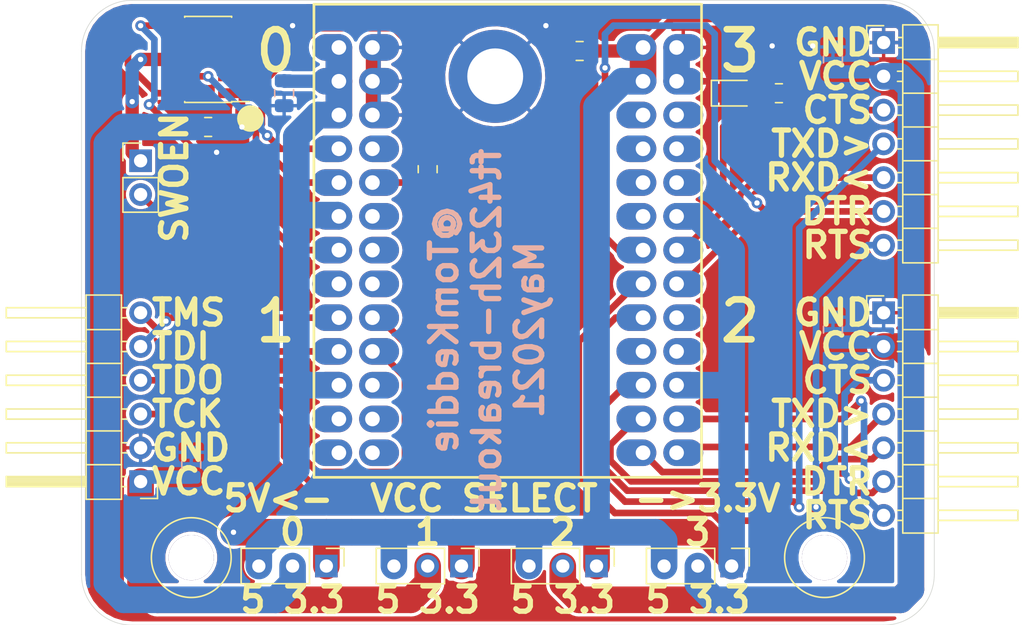
<source format=kicad_pcb>
(kicad_pcb (version 20171130) (host pcbnew 5.1.7-a382d34a8~88~ubuntu20.04.1)
  (title_block (date 2021-06-05) (rev Jun2021b))
  (layers (0 F.Cu signal) (31 B.Cu signal) (34 B.Paste user) (35 F.Paste user) (36 B.SilkS user) (37 F.SilkS user) (38 B.Mask user) (39 F.Mask user) (44 Edge.Cuts user))
  (net 0 "")
  (net 1 +5V)
  (net 2 GND)
  (net 3 +3V3)
  (net 4 /VCC-C)
  (net 5 /VCC-B)
  (net 6 /VCC-A)
  (net 7 /VCC-D)
  (net 8 /RST-A)
  (net 9 /TDO-A)
  (net 10 /TCK-A)
  (net 11 /TDI-A)
  (net 12 /RTS-D)
  (net 13 /DTR-D)
  (net 14 /RXD-D)
  (net 15 /TXD-D)
  (net 16 /CTS-D)
  (net 17 /RTS-C)
  (net 18 /DTR-C)
  (net 19 /RXD-C)
  (net 20 /TXD-C)
  (net 21 /CTS-C)
  (net 22 /TMS-B)
  (net 23 /TDI-B)
  (net 24 /TDO-B)
  (net 25 /TCK-B)
  (net 26 "Net-(X1-Pad2-26)")
  (net 27 "Net-(X1-Pad3-19)")
  (net 28 "Net-(X1-Pad3-18)")
  (net 29 "Net-(X1-Pad2-24)")
  (net 30 "Net-(X1-Pad2-22)")
  (net 31 "Net-(X1-Pad3-20)")
  (net 32 "Net-(X1-Pad2-23)")
  (net 33 "Net-(X1-Pad3-11)")
  (net 34 "Net-(X1-Pad3-10)")
  (net 35 "Net-(X1-Pad2-14)")
  (net 36 "Net-(X1-Pad3-9)")
  (net 37 "Net-(X1-Pad2-16)")
  (net 38 /TMS-A)
  (net 39 "Net-(X1-Pad2-15)")
  (net 40 "Net-(X1-Pad3-8)")
  (net 41 "Net-(X1-Pad3-7)")
  (net 42 "Net-(X1-Pad3-6)")
  (net 43 "Net-(X1-Pad3-5)")
  (net 44 "Net-(X1-Pad2-8)")
  (net 45 /SWO)
  (net 46 "Net-(X1-Pad2-25)")
  (net 47 "Net-(D1-Pad2)")
  (module tom-passives:R_0805_2012Metric (layer F.Cu) (at 120.396 88.9 180)
    (fp_text reference R2 hide)
    (fp_text value 1k)
    (pad 2 smd roundrect (at 0.9375 0 180) (size 0.975 1.4) (layers F.Cu F.Paste F.Mask) (net 47 "Net-(D1-Pad2)"))
    (pad 1 smd roundrect (at -0.9375 0 180) (size 0.975 1.4) (layers F.Cu F.Paste F.Mask) (net 1 +5V))
  )
  (module tom-opto:LED_0805_2012Metric (layer F.Cu) (at 117 88.9)
    (fp_text reference D1 hide)
    (fp_text value LED)
    (pad 2 smd roundrect (at 0.9375 0) (size 0.975 1.4) (layers F.Cu F.Paste F.Mask) (net 47 "Net-(D1-Pad2)"))
    (pad 1 smd roundrect (at -0.9375 0) (size 0.975 1.4) (layers F.Cu F.Paste F.Mask) (net 2 GND))
  )
  (module tom-mechanical:STUD_SOLDER_SMTSO_M3 (layer B.Cu) (at 99.06 87.63)
    (fp_text reference TP1 hide)
    (fp_text value TestPoint)
    (pad 1 thru_hole circle (at 0 0) (size 7 7) (drill 4.2) (layers *.Cu *.Mask) (net 2 GND))
  )
  (module tom-passives:R_0805_2012Metric (layer F.Cu) (at 93.98 94.615 90)
    (fp_text reference R1 hide)
    (fp_text value 330R hide)
    (pad 2 smd roundrect (at 0.9375 0 90) (size 0.975 1.4) (layers F.Cu F.Paste F.Mask) (net 9 /TDO-A))
    (pad 1 smd roundrect (at -0.9375 0 90) (size 0.975 1.4) (layers F.Cu F.Paste F.Mask) (net 11 /TDI-A))
  )
  (module tom-connectors:PinHeader_1x02_P2.54mm_Vertical (layer F.Cu) (at 72.39 93.98)
    (fp_text reference J9 hide)
    (fp_text value Conn_01x02 hide)
    (pad 2 thru_hole oval (at 0 2.54) (size 1.7 1.7) (drill 1) (layers *.Cu *.Mask) (net 23 /TDI-B))
    (pad 1 thru_hole rect (at 0 0) (size 1.7 1.7) (drill 1) (layers *.Cu *.Mask) (net 45 /SWO))
  )
  (module tom-connectors:PinHeader_2x05_P1.27mm_Vertical_SMD (layer F.Cu) (at 77.47 86.36 180)
    (fp_text reference J5 hide)
    (fp_text value Conn_02x05_SWD hide)
    (pad 10 smd rect (at 1.95 2.54 180) (size 2.4 0.74) (layers F.Cu F.Paste F.Mask) (net 8 /RST-A))
    (pad 9 smd rect (at -1.95 2.54 180) (size 2.4 0.74) (layers F.Cu F.Paste F.Mask) (net 2 GND))
    (pad 8 smd rect (at 1.95 1.27 180) (size 2.4 0.74) (layers F.Cu F.Paste F.Mask))
    (pad 7 smd rect (at -1.95 1.27 180) (size 2.4 0.74) (layers F.Cu F.Paste F.Mask))
    (pad 6 smd rect (at 1.95 0 180) (size 2.4 0.74) (layers F.Cu F.Paste F.Mask) (net 45 /SWO))
    (pad 5 smd rect (at -1.95 0 180) (size 2.4 0.74) (layers F.Cu F.Paste F.Mask) (net 2 GND))
    (pad 4 smd rect (at 1.95 -1.27 180) (size 2.4 0.74) (layers F.Cu F.Paste F.Mask) (net 10 /TCK-A))
    (pad 3 smd rect (at -1.95 -1.27 180) (size 2.4 0.74) (layers F.Cu F.Paste F.Mask) (net 2 GND))
    (pad 2 smd rect (at 1.95 -2.54 180) (size 2.4 0.74) (layers F.Cu F.Paste F.Mask) (net 9 /TDO-A))
    (pad 1 smd rect (at -1.95 -2.54 180) (size 2.4 0.74) (layers F.Cu F.Paste F.Mask) (net 6 /VCC-A))
  )
  (module tom-modules:FT4232H-MODULE (layer F.Cu) (at 100 100 270)
    (fp_text reference X1 hide)
    (fp_text value FT4232H-MODULE hide)
    (pad 2-26 thru_hole oval (at 15.94 10.175 90) (size 2 3) (drill 1.1 (offset 0 0.5)) (layers *.Cu *.Mask) (net 26 "Net-(X1-Pad2-26)"))
    (pad 3-22 thru_hole oval (at 10.86 -12.7 90) (size 2 3) (drill 1.1 (offset 0 0.5)) (layers *.Cu *.Mask) (net 3 +3V3))
    (pad 2-20 thru_hole oval (at 8.32 10.175 90) (size 2 3) (drill 1.1 (offset 0 0.5)) (layers *.Cu *.Mask) (net 24 /TDO-B))
    (pad 3-26 thru_hole oval (at 15.94 -12.7 90) (size 2 3) (drill 1.1 (offset 0 0.5)) (layers *.Cu *.Mask) (net 20 /TXD-C))
    (pad 3-25 thru_hole oval (at 15.94 -10.175 270) (size 2 3) (drill 1.1 (offset 0 0.5)) (layers *.Cu *.Mask) (net 19 /RXD-C))
    (pad 3-21 thru_hole oval (at 10.86 -10.175 270) (size 2 3) (drill 1.1 (offset 0 0.5)) (layers *.Cu *.Mask) (net 18 /DTR-C))
    (pad 2-25 thru_hole oval (at 15.94 12.7 270) (size 2 3) (drill 1.1 (offset 0 0.5)) (layers *.Cu *.Mask) (net 46 "Net-(X1-Pad2-25)"))
    (pad 2-18 thru_hole oval (at 5.78 10.175 90) (size 2 3) (drill 1.1 (offset 0 0.5)) (layers *.Cu *.Mask) (net 25 /TCK-B))
    (pad 3-23 thru_hole oval (at 13.4 -10.175 270) (size 2 3) (drill 1.1 (offset 0 0.5)) (layers *.Cu *.Mask) (net 21 /CTS-C))
    (pad 3-19 thru_hole oval (at 8.32 -10.175 270) (size 2 3) (drill 1.1 (offset 0 0.5)) (layers *.Cu *.Mask) (net 27 "Net-(X1-Pad3-19)"))
    (pad 3-18 thru_hole oval (at 5.78 -12.7 90) (size 2 3) (drill 1.1 (offset 0 0.5)) (layers *.Cu *.Mask) (net 28 "Net-(X1-Pad3-18)"))
    (pad 3-17 thru_hole oval (at 5.78 -10.175 270) (size 2 3) (drill 1.1 (offset 0 0.5)) (layers *.Cu *.Mask) (net 15 /TXD-D))
    (pad 2-24 thru_hole oval (at 13.4 10.175 90) (size 2 3) (drill 1.1 (offset 0 0.5)) (layers *.Cu *.Mask) (net 29 "Net-(X1-Pad2-24)"))
    (pad 2-17 thru_hole oval (at 5.78 12.7 270) (size 2 3) (drill 1.1 (offset 0 0.5)) (layers *.Cu *.Mask) (net 23 /TDI-B))
    (pad 3-24 thru_hole oval (at 13.4 -12.7 90) (size 2 3) (drill 1.1 (offset 0 0.5)) (layers *.Cu *.Mask) (net 17 /RTS-C))
    (pad 2-22 thru_hole oval (at 10.86 10.175 90) (size 2 3) (drill 1.1 (offset 0 0.5)) (layers *.Cu *.Mask) (net 30 "Net-(X1-Pad2-22)"))
    (pad 2-19 thru_hole oval (at 8.32 12.7 270) (size 2 3) (drill 1.1 (offset 0 0.5)) (layers *.Cu *.Mask) (net 22 /TMS-B))
    (pad 2-21 thru_hole oval (at 10.86 12.7 270) (size 2 3) (drill 1.1 (offset 0 0.5)) (layers *.Cu *.Mask) (net 3 +3V3))
    (pad 3-20 thru_hole oval (at 8.32 -12.7 90) (size 2 3) (drill 1.1 (offset 0 0.5)) (layers *.Cu *.Mask) (net 31 "Net-(X1-Pad3-20)"))
    (pad 2-23 thru_hole oval (at 13.4 12.7 270) (size 2 3) (drill 1.1 (offset 0 0.5)) (layers *.Cu *.Mask) (net 32 "Net-(X1-Pad2-23)"))
    (pad 3-12 thru_hole oval (at -1.84 -12.7 90) (size 2 3) (drill 1.1 (offset 0 0.5)) (layers *.Cu *.Mask) (net 3 +3V3))
    (pad 3-11 thru_hole oval (at -1.84 -10.175 270) (size 2 3) (drill 1.1 (offset 0 0.5)) (layers *.Cu *.Mask) (net 33 "Net-(X1-Pad3-11)"))
    (pad 2-13 thru_hole oval (at 0.7 12.7 270) (size 2 3) (drill 1.1 (offset 0 0.5)) (layers *.Cu *.Mask) (net 8 /RST-A))
    (pad 3-10 thru_hole oval (at -4.38 -12.7 90) (size 2 3) (drill 1.1 (offset 0 0.5)) (layers *.Cu *.Mask) (net 34 "Net-(X1-Pad3-10)"))
    (pad 3-13 thru_hole oval (at 0.7 -10.175 270) (size 2 3) (drill 1.1 (offset 0 0.5)) (layers *.Cu *.Mask) (net 13 /DTR-D))
    (pad 2-14 thru_hole oval (at 0.7 10.175 90) (size 2 3) (drill 1.1 (offset 0 0.5)) (layers *.Cu *.Mask) (net 35 "Net-(X1-Pad2-14)"))
    (pad 2-9 thru_hole oval (at -4.38 12.7 270) (size 2 3) (drill 1.1 (offset 0 0.5)) (layers *.Cu *.Mask) (net 9 /TDO-A))
    (pad 3-9 thru_hole oval (at -4.38 -10.175 270) (size 2 3) (drill 1.1 (offset 0 0.5)) (layers *.Cu *.Mask) (net 36 "Net-(X1-Pad3-9)"))
    (pad 3-14 thru_hole oval (at 0.7 -12.7 90) (size 2 3) (drill 1.1 (offset 0 0.5)) (layers *.Cu *.Mask) (net 16 /CTS-D))
    (pad 2-10 thru_hole oval (at -4.38 10.175 90) (size 2 3) (drill 1.1 (offset 0 0.5)) (layers *.Cu *.Mask) (net 11 /TDI-A))
    (pad 2-16 thru_hole oval (at 3.24 10.175 90) (size 2 3) (drill 1.1 (offset 0 0.5)) (layers *.Cu *.Mask) (net 37 "Net-(X1-Pad2-16)"))
    (pad 3-16 thru_hole oval (at 3.24 -12.7 90) (size 2 3) (drill 1.1 (offset 0 0.5)) (layers *.Cu *.Mask) (net 14 /RXD-D))
    (pad 2-12 thru_hole oval (at -1.84 10.175 90) (size 2 3) (drill 1.1 (offset 0 0.5)) (layers *.Cu *.Mask) (net 38 /TMS-A))
    (pad 3-15 thru_hole oval (at 3.24 -10.175 270) (size 2 3) (drill 1.1 (offset 0 0.5)) (layers *.Cu *.Mask) (net 12 /RTS-D))
    (pad 2-15 thru_hole oval (at 3.24 12.7 270) (size 2 3) (drill 1.1 (offset 0 0.5)) (layers *.Cu *.Mask) (net 39 "Net-(X1-Pad2-15)"))
    (pad 2-11 thru_hole oval (at -1.84 12.7 270) (size 2 3) (drill 1.1 (offset 0 0.5)) (layers *.Cu *.Mask) (net 3 +3V3))
    (pad 3-8 thru_hole oval (at -6.92 -12.7 90) (size 2 3) (drill 1.1 (offset 0 0.5)) (layers *.Cu *.Mask) (net 40 "Net-(X1-Pad3-8)"))
    (pad 3-7 thru_hole oval (at -6.92 -10.175 270) (size 2 3) (drill 1.1 (offset 0 0.5)) (layers *.Cu *.Mask) (net 41 "Net-(X1-Pad3-7)"))
    (pad 3-6 thru_hole oval (at -9.46 -12.7 90) (size 2 3) (drill 1.1 (offset 0 0.5)) (layers *.Cu *.Mask) (net 42 "Net-(X1-Pad3-6)"))
    (pad 2-5 thru_hole oval (at -9.46 12.7 270) (size 2 3) (drill 1.1 (offset 0 0.5)) (layers *.Cu *.Mask) (net 3 +3V3))
    (pad 3-5 thru_hole oval (at -9.46 -10.175 270) (size 2 3) (drill 1.1 (offset 0 0.5)) (layers *.Cu *.Mask) (net 43 "Net-(X1-Pad3-5)"))
    (pad 2-6 thru_hole oval (at -9.46 10.175 90) (size 2 3) (drill 1.1 (offset 0 0.5)) (layers *.Cu *.Mask) (net 2 GND))
    (pad 2-8 thru_hole oval (at -6.92 10.175 90) (size 2 3) (drill 1.1 (offset 0 0.5)) (layers *.Cu *.Mask) (net 44 "Net-(X1-Pad2-8)"))
    (pad 2-7 thru_hole oval (at -6.92 12.7 270) (size 2 3) (drill 1.1 (offset 0 0.5)) (layers *.Cu *.Mask) (net 10 /TCK-A))
    (pad 3-4 thru_hole oval (at -12 -12.7 90) (size 2 3) (drill 1.1 (offset 0 0.5)) (layers *.Cu *.Mask) (net 2 GND))
    (pad 2-3 thru_hole oval (at -12 12.7 270) (size 2 3) (drill 1.1 (offset 0 0.5)) (layers *.Cu *.Mask) (net 3 +3V3))
    (pad 3-3 thru_hole oval (at -12 -10.175 270) (size 2 3) (drill 1.1 (offset 0 0.5)) (layers *.Cu *.Mask) (net 1 +5V))
    (pad 2-4 thru_hole oval (at -12 10.175 90) (size 2 3) (drill 1.1 (offset 0 0.5)) (layers *.Cu *.Mask) (net 2 GND))
    (pad 2-1 thru_hole oval (at -14.54 12.7 270) (size 2 3) (drill 1.1 (offset 0 0.5)) (layers *.Cu *.Mask) (net 3 +3V3))
    (pad 3-2 thru_hole oval (at -14.54 -12.7 90) (size 2 3) (drill 1.1 (offset 0 0.5)) (layers *.Cu *.Mask) (net 2 GND))
    (pad 2-2 thru_hole oval (at -14.54 10.175 90) (size 2 3) (drill 1.1 (offset 0 0.5)) (layers *.Cu *.Mask) (net 2 GND))
    (pad 3-1 thru_hole oval (at -14.54 -10.175 270) (size 2 3) (drill 1.1 (offset 0 0.5)) (layers *.Cu *.Mask) (net 1 +5V))
  )
  (module tom-connectors:PinHeader_1x06_P2.54mm_Horizontal (layer F.Cu) (at 72.39 118.11 180)
    (fp_text reference J8 hide)
    (fp_text value Conn_01x06 hide)
    (pad 6 thru_hole oval (at 0 12.7 180) (size 1.7 1.7) (drill 1) (layers *.Cu *.Mask) (net 22 /TMS-B))
    (pad 5 thru_hole oval (at 0 10.16 180) (size 1.7 1.7) (drill 1) (layers *.Cu *.Mask) (net 23 /TDI-B))
    (pad 4 thru_hole oval (at 0 7.62 180) (size 1.7 1.7) (drill 1) (layers *.Cu *.Mask) (net 24 /TDO-B))
    (pad 3 thru_hole oval (at 0 5.08 180) (size 1.7 1.7) (drill 1) (layers *.Cu *.Mask) (net 25 /TCK-B))
    (pad 2 thru_hole oval (at 0 2.54 180) (size 1.7 1.7) (drill 1) (layers *.Cu *.Mask) (net 2 GND))
    (pad 1 thru_hole rect (at 0 0 180) (size 1.7 1.7) (drill 1) (layers *.Cu *.Mask) (net 5 /VCC-B))
  )
  (module tom-connectors:PinHeader_1x07_P2.54mm_Horizontal (layer F.Cu) (at 128.27 105.41)
    (fp_text reference J7 hide)
    (fp_text value Conn_01x07 hide)
    (pad 7 thru_hole oval (at 0 15.24) (size 1.7 1.7) (drill 1) (layers *.Cu *.Mask) (net 17 /RTS-C))
    (pad 6 thru_hole oval (at 0 12.7) (size 1.7 1.7) (drill 1) (layers *.Cu *.Mask) (net 18 /DTR-C))
    (pad 5 thru_hole oval (at 0 10.16) (size 1.7 1.7) (drill 1) (layers *.Cu *.Mask) (net 19 /RXD-C))
    (pad 4 thru_hole oval (at 0 7.62) (size 1.7 1.7) (drill 1) (layers *.Cu *.Mask) (net 20 /TXD-C))
    (pad 3 thru_hole oval (at 0 5.08) (size 1.7 1.7) (drill 1) (layers *.Cu *.Mask) (net 21 /CTS-C))
    (pad 2 thru_hole oval (at 0 2.54) (size 1.7 1.7) (drill 1) (layers *.Cu *.Mask) (net 4 /VCC-C))
    (pad 1 thru_hole rect (at 0 0) (size 1.7 1.7) (drill 1) (layers *.Cu *.Mask) (net 2 GND))
  )
  (module tom-connectors:PinHeader_1x07_P2.54mm_Horizontal (layer F.Cu) (at 128.27 85.09)
    (fp_text reference J6 hide)
    (fp_text value Conn_01x07 hide)
    (pad 7 thru_hole oval (at 0 15.24) (size 1.7 1.7) (drill 1) (layers *.Cu *.Mask) (net 12 /RTS-D))
    (pad 6 thru_hole oval (at 0 12.7) (size 1.7 1.7) (drill 1) (layers *.Cu *.Mask) (net 13 /DTR-D))
    (pad 5 thru_hole oval (at 0 10.16) (size 1.7 1.7) (drill 1) (layers *.Cu *.Mask) (net 14 /RXD-D))
    (pad 4 thru_hole oval (at 0 7.62) (size 1.7 1.7) (drill 1) (layers *.Cu *.Mask) (net 15 /TXD-D))
    (pad 3 thru_hole oval (at 0 5.08) (size 1.7 1.7) (drill 1) (layers *.Cu *.Mask) (net 16 /CTS-D))
    (pad 2 thru_hole oval (at 0 2.54) (size 1.7 1.7) (drill 1) (layers *.Cu *.Mask) (net 7 /VCC-D))
    (pad 1 thru_hole rect (at 0 0) (size 1.7 1.7) (drill 1) (layers *.Cu *.Mask) (net 2 GND))
  )
  (module tom-connectors:PinHeader_1x03_P2.54mm_Vertical (layer F.Cu) (at 86.36 124.46 270)
    (fp_text reference J4 hide)
    (fp_text value Conn_01x03 hide)
    (pad 3 thru_hole oval (at 0 5.08 270) (size 1.7 1.7) (drill 1) (layers *.Cu *.Mask) (net 1 +5V))
    (pad 2 thru_hole oval (at 0 2.54 270) (size 1.7 1.7) (drill 1) (layers *.Cu *.Mask) (net 6 /VCC-A))
    (pad 1 thru_hole rect (at 0 0 270) (size 1.7 1.7) (drill 1) (layers *.Cu *.Mask) (net 3 +3V3))
  )
  (module tom-connectors:PinHeader_1x03_P2.54mm_Vertical (layer F.Cu) (at 96.52 124.46 270)
    (fp_text reference J3 hide)
    (fp_text value Conn_01x03 hide)
    (pad 3 thru_hole oval (at 0 5.08 270) (size 1.7 1.7) (drill 1) (layers *.Cu *.Mask) (net 1 +5V))
    (pad 2 thru_hole oval (at 0 2.54 270) (size 1.7 1.7) (drill 1) (layers *.Cu *.Mask) (net 5 /VCC-B))
    (pad 1 thru_hole rect (at 0 0 270) (size 1.7 1.7) (drill 1) (layers *.Cu *.Mask) (net 3 +3V3))
  )
  (module tom-connectors:PinHeader_1x03_P2.54mm_Vertical (layer F.Cu) (at 106.68 124.46 270)
    (fp_text reference J2 hide)
    (fp_text value Conn_01x03 hide)
    (pad 3 thru_hole oval (at 0 5.08 270) (size 1.7 1.7) (drill 1) (layers *.Cu *.Mask) (net 1 +5V))
    (pad 2 thru_hole oval (at 0 2.54 270) (size 1.7 1.7) (drill 1) (layers *.Cu *.Mask) (net 4 /VCC-C))
    (pad 1 thru_hole rect (at 0 0 270) (size 1.7 1.7) (drill 1) (layers *.Cu *.Mask) (net 3 +3V3))
  )
  (module tom-connectors:PinHeader_1x03_P2.54mm_Vertical (layer F.Cu) (at 116.84 124.46 270)
    (fp_text reference J1 hide)
    (fp_text value Conn_01x03 hide)
    (pad 3 thru_hole oval (at 0 5.08 270) (size 1.7 1.7) (drill 1) (layers *.Cu *.Mask) (net 1 +5V))
    (pad 2 thru_hole oval (at 0 2.54 270) (size 1.7 1.7) (drill 1) (layers *.Cu *.Mask) (net 7 /VCC-D))
    (pad 1 thru_hole rect (at 0 0 270) (size 1.7 1.7) (drill 1) (layers *.Cu *.Mask) (net 3 +3V3))
  )
  (module tom-passives:C_0805_2012Metric (layer B.Cu) (at 124.46 86.36 90)
    (fp_text reference C6 hide)
    (fp_text value 10uF/10V hide)
    (pad 2 smd roundrect (at 0.9375 0 90) (size 0.975 1.4) (layers B.Cu B.Paste B.Mask) (net 2 GND))
    (pad 1 smd roundrect (at -0.9375 0 90) (size 0.975 1.4) (layers B.Cu B.Paste B.Mask) (net 7 /VCC-D))
  )
  (module tom-passives:C_0805_2012Metric (layer F.Cu) (at 77.47 91.44 180)
    (fp_text reference C5 hide)
    (fp_text value 10uF/10V hide)
    (pad 2 smd roundrect (at 0.9375 0 180) (size 0.975 1.4) (layers F.Cu F.Paste F.Mask) (net 2 GND))
    (pad 1 smd roundrect (at -0.9375 0 180) (size 0.975 1.4) (layers F.Cu F.Paste F.Mask) (net 6 /VCC-A))
  )
  (module tom-passives:C_0805_2012Metric (layer B.Cu) (at 76.2 116.84 90)
    (fp_text reference C4 hide)
    (fp_text value 10uF/10V hide)
    (pad 2 smd roundrect (at 0.9375 0 90) (size 0.975 1.4) (layers B.Cu B.Paste B.Mask) (net 2 GND))
    (pad 1 smd roundrect (at -0.9375 0 90) (size 0.975 1.4) (layers B.Cu B.Paste B.Mask) (net 5 /VCC-B))
  )
  (module tom-passives:C_0805_2012Metric (layer B.Cu) (at 124.46 106.68 90)
    (fp_text reference C3 hide)
    (fp_text value 10uF/10V hide)
    (pad 2 smd roundrect (at 0.9375 0 90) (size 0.975 1.4) (layers B.Cu B.Paste B.Mask) (net 2 GND))
    (pad 1 smd roundrect (at -0.9375 0 90) (size 0.975 1.4) (layers B.Cu B.Paste B.Mask) (net 4 /VCC-C))
  )
  (module tom-passives:C_0805_2012Metric (layer B.Cu) (at 83.185 88.9 270)
    (fp_text reference C2 hide)
    (fp_text value 10uF/10V hide)
    (pad 2 smd roundrect (at 0.9375 0 270) (size 0.975 1.4) (layers B.Cu B.Paste B.Mask) (net 2 GND))
    (pad 1 smd roundrect (at -0.9375 0 270) (size 0.975 1.4) (layers B.Cu B.Paste B.Mask) (net 3 +3V3))
  )
  (module tom-passives:C_0805_2012Metric (layer F.Cu) (at 105.41 85.725)
    (fp_text reference C1 hide)
    (fp_text value 10uF/10V hide)
    (pad 2 smd roundrect (at 0.9375 0) (size 0.975 1.4) (layers F.Cu F.Paste F.Mask) (net 1 +5V))
    (pad 1 smd roundrect (at -0.9375 0) (size 0.975 1.4) (layers F.Cu F.Paste F.Mask) (net 2 GND))
  )
  (gr_text "5V<-  VCC SELECT  ->3.3V" (at 99.568 119.38) (layer F.SilkS) (effects (font (size 1.9 1.9) (thickness 0.4))))
  (gr_text "@TomKeddie\nft4232h-breakout\nMay2021" (at 98.425 106.68 90) (layer B.SilkS) (effects (font (size 2 2) (thickness 0.4)) (justify mirror)))
  (gr_text SWOEN (at 74.93 95.25 90) (layer F.SilkS) (effects (font (size 1.9 1.9) (thickness 0.4))))
  (gr_circle (center 80.645 90.805) (end 81.145 90.805) (layer F.SilkS) (width 1))
  (gr_text 0 (at 82.55 85.725) (layer F.SilkS) (effects (font (size 3 3) (thickness 0.5))))
  (gr_text 1 (at 82.55 106.045) (layer F.SilkS) (effects (font (size 3 3) (thickness 0.5))))
  (gr_text VCC (at 73.025 118.11) (layer F.SilkS) (effects (font (size 1.9 1.9) (thickness 0.4)) (justify left)))
  (gr_text GND (at 73.025 115.57) (layer F.SilkS) (effects (font (size 1.9 1.9) (thickness 0.4)) (justify left)))
  (gr_text TCK (at 73.025 113.03) (layer F.SilkS) (effects (font (size 1.9 1.9) (thickness 0.4)) (justify left)))
  (gr_text TDO (at 73.025 110.49) (layer F.SilkS) (effects (font (size 1.9 1.9) (thickness 0.4)) (justify left)))
  (gr_text TDI (at 73.025 107.95) (layer F.SilkS) (effects (font (size 1.9 1.9) (thickness 0.4)) (justify left)))
  (gr_text TMS (at 73.025 105.41) (layer F.SilkS) (effects (font (size 1.9 1.9) (thickness 0.4)) (justify left)))
  (gr_text 2 (at 117.475 106.045) (layer F.SilkS) (effects (font (size 3 3) (thickness 0.5))))
  (gr_text 3 (at 117.475 85.725) (layer F.SilkS) (effects (font (size 3 3) (thickness 0.5))))
  (gr_text 3 (at 114.3 121.92) (layer F.SilkS) (effects (font (size 1.9 1.9) (thickness 0.4))))
  (gr_text 2 (at 104.14 121.92) (layer F.SilkS) (effects (font (size 1.9 1.9) (thickness 0.4))))
  (gr_text 1 (at 93.98 121.92) (layer F.SilkS) (effects (font (size 1.9 1.9) (thickness 0.4))))
  (gr_text 0 (at 83.82 121.92) (layer F.SilkS) (effects (font (size 1.9 1.9) (thickness 0.4))))
  (gr_text "5 3.3" (at 114.3 127) (layer F.SilkS) (effects (font (size 1.9 1.9) (thickness 0.4))))
  (gr_text "5 3.3" (at 104.14 127) (layer F.SilkS) (effects (font (size 1.9 1.9) (thickness 0.4))))
  (gr_text "5 3.3" (at 93.98 127) (layer F.SilkS) (effects (font (size 1.9 1.9) (thickness 0.4))))
  (gr_text "5 3.3" (at 83.82 127) (layer F.SilkS) (effects (font (size 1.9 1.9) (thickness 0.4))))
  (gr_text VCC (at 127.635 107.95) (layer F.SilkS) (effects (font (size 1.9 1.9) (thickness 0.4)) (justify right)))
  (gr_text RTS (at 127.635 120.65) (layer F.SilkS) (effects (font (size 1.9 1.9) (thickness 0.4)) (justify right)))
  (gr_text RXD< (at 127.635 115.57) (layer F.SilkS) (effects (font (size 1.9 1.9) (thickness 0.4)) (justify right)))
  (gr_text CTS (at 127.635 110.49) (layer F.SilkS) (effects (font (size 1.9 1.9) (thickness 0.4)) (justify right)))
  (gr_text GND (at 127.635 105.41) (layer F.SilkS) (effects (font (size 1.9 1.9) (thickness 0.4)) (justify right)))
  (gr_text TXD> (at 127.635 113.03) (layer F.SilkS) (effects (font (size 1.9 1.9) (thickness 0.4)) (justify right)))
  (gr_text DTR (at 127.635 118.11) (layer F.SilkS) (effects (font (size 1.9 1.9) (thickness 0.4)) (justify right)))
  (gr_text GND (at 127.635 85.09) (layer F.SilkS) (effects (font (size 1.9 1.9) (thickness 0.4)) (justify right)))
  (gr_text VCC (at 127.635 87.63) (layer F.SilkS) (effects (font (size 1.9 1.9) (thickness 0.4)) (justify right)))
  (gr_text RTS (at 127.635 100.33) (layer F.SilkS) (effects (font (size 1.9 1.9) (thickness 0.4)) (justify right)))
  (gr_text DTR (at 127.635 97.79) (layer F.SilkS) (effects (font (size 1.9 1.9) (thickness 0.4)) (justify right)))
  (gr_text RXD< (at 127.635 95.25) (layer F.SilkS) (effects (font (size 1.9 1.9) (thickness 0.4)) (justify right)))
  (gr_text TXD> (at 127.635 92.71) (layer F.SilkS) (effects (font (size 1.9 1.9) (thickness 0.4)) (justify right)))
  (gr_text CTS (at 127.635 90.17) (layer F.SilkS) (effects (font (size 1.9 1.9) (thickness 0.4)) (justify right)))
  (gr_circle (center 123.825 123.825) (end 126.825 123.825) (layer F.SilkS) (width 0.12))
  (gr_circle (center 76.2 123.825) (end 79.2 123.825) (layer F.SilkS) (width 0.12))
  (gr_line (start 128.27 81.915) (end 71.755 81.915) (layer Edge.Cuts) (width 0.05))
  (gr_line (start 132.08 125.095) (end 132.08 85.725) (layer Edge.Cuts) (width 0.05))
  (gr_line (start 71.755 128.905) (end 128.27 128.905) (layer Edge.Cuts) (width 0.05))
  (gr_line (start 67.945 85.725) (end 67.945 125.095) (layer Edge.Cuts) (width 0.05))
  (gr_arc (start 71.755 125.095) (end 67.945 125.095) (angle -90) (layer Edge.Cuts) (width 0.05))
  (gr_arc (start 71.755 85.725) (end 71.755 81.915) (angle -90) (layer Edge.Cuts) (width 0.05))
  (gr_arc (start 128.27 85.725) (end 132.08 85.725) (angle -90) (layer Edge.Cuts) (width 0.05))
  (gr_arc (start 128.27 125.095) (end 128.27 128.905) (angle -90) (layer Edge.Cuts) (width 0.05))
  (via (at 76.2 123.825) (size 3.4) (drill 3.399999) (layers F.Cu B.Cu) (net 0))
  (via (at 123.825 123.825) (size 3.4) (drill 3.39999) (layers F.Cu B.Cu) (net 0))
  (segment (start 110.175 85.46) (end 110.175 88) (width 2) (layer F.Cu) (net 1))
  (segment (start 108.603717 88) (end 106.68 89.923717) (width 2) (layer B.Cu) (net 1))
  (segment (start 110.175 88) (end 108.603717 88) (width 2) (layer B.Cu) (net 1))
  (segment (start 106.68 89.923717) (end 106.68 118.11) (width 2) (layer B.Cu) (net 1))
  (segment (start 106.68 118.11) (end 106.71001 118.14001) (width 2) (layer B.Cu) (net 1))
  (segment (start 109.91 85.725) (end 110.175 85.46) (width 1) (layer F.Cu) (net 1))
  (segment (start 106.3475 85.725) (end 109.91 85.725) (width 1) (layer F.Cu) (net 1))
  (segment (start 111.76 122.555) (end 111.76 124.46) (width 2) (layer B.Cu) (net 1))
  (segment (start 111.125 121.92) (end 111.76 122.555) (width 2) (layer B.Cu) (net 1))
  (segment (start 106.68 121.285) (end 106.045 121.92) (width 2) (layer B.Cu) (net 1))
  (segment (start 106.68 118.11) (end 106.68 121.285) (width 2) (layer B.Cu) (net 1))
  (segment (start 106.045 121.92) (end 111.125 121.92) (width 2) (layer B.Cu) (net 1))
  (segment (start 101.6 122.555) (end 102.235 121.92) (width 2) (layer B.Cu) (net 1))
  (segment (start 101.6 124.46) (end 101.6 122.555) (width 2) (layer B.Cu) (net 1))
  (segment (start 102.235 121.92) (end 106.045 121.92) (width 2) (layer B.Cu) (net 1))
  (segment (start 91.44 122.555) (end 90.805 121.92) (width 2) (layer B.Cu) (net 1))
  (segment (start 91.44 124.46) (end 91.44 122.555) (width 2) (layer B.Cu) (net 1))
  (segment (start 90.805 121.92) (end 102.235 121.92) (width 2) (layer B.Cu) (net 1))
  (segment (start 81.28 124.46) (end 81.28 123.126284) (width 2) (layer B.Cu) (net 1))
  (segment (start 81.28 123.126284) (end 82.486284 121.92) (width 2) (layer B.Cu) (net 1))
  (segment (start 82.486284 121.92) (end 90.805 121.92) (width 2) (layer B.Cu) (net 1))
  (segment (start 121.3335 88.9) (end 121.3335 84.2495) (width 0.5) (layer F.Cu) (net 1))
  (segment (start 121.3335 84.2495) (end 120.396 83.312) (width 0.5) (layer F.Cu) (net 1))
  (segment (start 112.323 83.312) (end 110.175 85.46) (width 0.5) (layer F.Cu) (net 1))
  (segment (start 120.396 83.312) (end 112.323 83.312) (width 0.5) (layer F.Cu) (net 1))
  (via (at 83.82 83.82) (size 0.8) (drill 0.4) (layers F.Cu B.Cu) (net 2))
  (via (at 78.105 93.345) (size 0.8) (drill 0.4) (layers F.Cu B.Cu) (net 2))
  (segment (start 112.7 88) (end 112.7 85.46) (width 2) (layer B.Cu) (net 2))
  (segment (start 127.9 85.46) (end 128.27 85.09) (width 0.25) (layer F.Cu) (net 2))
  (segment (start 89.825 85.46) (end 89.825 88) (width 1) (layer F.Cu) (net 2))
  (segment (start 89.825 88) (end 89.825 90.54) (width 1) (layer F.Cu) (net 2))
  (segment (start 89.825 88) (end 92.445 88) (width 0.25) (layer F.Cu) (net 2))
  (segment (start 92.445 88) (end 92.71 88.265) (width 0.25) (layer F.Cu) (net 2))
  (via (at 102.87 83.82) (size 0.8) (drill 0.4) (layers F.Cu B.Cu) (net 2))
  (segment (start 102.87 83.82) (end 99.615001 87.074999) (width 0.25) (layer B.Cu) (net 2))
  (via (at 122.936 85.344) (size 0.8) (drill 0.4) (layers F.Cu B.Cu) (net 2))
  (via (at 119.888 85.344) (size 0.8) (drill 0.4) (layers F.Cu B.Cu) (net 2))
  (segment (start 115.0025 88) (end 115.9025 88.9) (width 0.5) (layer F.Cu) (net 2))
  (segment (start 112.7 88) (end 115.0025 88) (width 0.5) (layer F.Cu) (net 2))
  (segment (start 87.3 85.46) (end 87.3 88) (width 2) (layer F.Cu) (net 3))
  (segment (start 87.3 88) (end 87.3 90.54) (width 2) (layer F.Cu) (net 3))
  (segment (start 84.09999 92.168727) (end 84.09999 96.531273) (width 2) (layer B.Cu) (net 3))
  (segment (start 85.728717 90.54) (end 84.09999 92.168727) (width 2) (layer B.Cu) (net 3))
  (segment (start 87.3 90.54) (end 85.728717 90.54) (width 2) (layer B.Cu) (net 3))
  (segment (start 87.3 85.46) (end 87.3 90.54) (width 2) (layer B.Cu) (net 3))
  (segment (start 116.84 120.65) (end 116.84 124.46) (width 2) (layer B.Cu) (net 3))
  (segment (start 114.271283 98.16) (end 116.84 100.728717) (width 2) (layer B.Cu) (net 3))
  (segment (start 112.7 98.16) (end 114.271283 98.16) (width 2) (layer B.Cu) (net 3))
  (segment (start 116.47 110.86) (end 116.84 110.49) (width 2) (layer B.Cu) (net 3))
  (segment (start 112.7 110.86) (end 116.47 110.86) (width 2) (layer B.Cu) (net 3))
  (segment (start 116.84 110.49) (end 116.84 120.65) (width 2) (layer B.Cu) (net 3))
  (segment (start 116.84 100.728717) (end 116.84 110.49) (width 2) (layer B.Cu) (net 3))
  (segment (start 86.36 121.92) (end 86.36 124.46) (width 2) (layer F.Cu) (net 3))
  (segment (start 88.265 121.92) (end 86.36 121.92) (width 2) (layer F.Cu) (net 3))
  (segment (start 116.84 124.46) (end 116.84 123.965998) (width 2) (layer F.Cu) (net 3))
  (segment (start 116.84 123.965998) (end 114.794002 121.92) (width 2) (layer F.Cu) (net 3))
  (segment (start 96.52 122.555) (end 95.885 121.92) (width 2) (layer F.Cu) (net 3))
  (segment (start 95.885 121.92) (end 88.265 121.92) (width 2) (layer F.Cu) (net 3))
  (segment (start 96.52 124.46) (end 96.52 122.555) (width 2) (layer F.Cu) (net 3))
  (segment (start 106.68 124.46) (end 106.68 121.92) (width 2) (layer F.Cu) (net 3))
  (segment (start 106.68 121.92) (end 95.885 121.92) (width 2) (layer F.Cu) (net 3))
  (segment (start 114.794002 121.92) (end 106.68 121.92) (width 2) (layer F.Cu) (net 3))
  (via (at 79.375 121.92) (size 0.8) (drill 0.4) (layers F.Cu B.Cu) (net 3))
  (segment (start 86.36 121.92) (end 79.375 121.92) (width 2) (layer F.Cu) (net 3))
  (segment (start 84.09999 117.19501) (end 84.09999 110.21001) (width 2) (layer B.Cu) (net 3))
  (segment (start 79.375 121.92) (end 84.09999 117.19501) (width 2) (layer B.Cu) (net 3))
  (segment (start 84.74998 110.86) (end 84.09999 110.21001) (width 2) (layer B.Cu) (net 3))
  (segment (start 87.3 110.86) (end 84.74998 110.86) (width 2) (layer B.Cu) (net 3))
  (segment (start 87.20999 98.06999) (end 87.3 98.16) (width 2) (layer B.Cu) (net 3))
  (segment (start 84.09999 98.06999) (end 87.20999 98.06999) (width 2) (layer B.Cu) (net 3))
  (segment (start 84.09999 110.21001) (end 84.09999 98.06999) (width 2) (layer B.Cu) (net 3))
  (segment (start 84.09999 98.06999) (end 84.09999 96.531273) (width 2) (layer B.Cu) (net 3))
  (segment (start 83.2225 88) (end 83.185 87.9625) (width 1) (layer B.Cu) (net 3))
  (segment (start 87.3 88) (end 83.2225 88) (width 1) (layer B.Cu) (net 3))
  (segment (start 104.14 125.780002) (end 105.359998 127) (width 2) (layer F.Cu) (net 4))
  (segment (start 104.14 124.46) (end 104.14 125.780002) (width 2) (layer F.Cu) (net 4))
  (segment (start 105.359998 127) (end 129.54 127) (width 2) (layer F.Cu) (net 4))
  (segment (start 130.320001 108.79792) (end 129.472081 107.95) (width 2) (layer F.Cu) (net 4))
  (segment (start 129.472081 107.95) (end 128.27 107.95) (width 2) (layer F.Cu) (net 4))
  (segment (start 130.320001 126.219999) (end 130.320001 108.79792) (width 2) (layer F.Cu) (net 4))
  (segment (start 129.54 127) (end 130.320001 126.219999) (width 2) (layer F.Cu) (net 4))
  (segment (start 127.9375 107.6175) (end 128.27 107.95) (width 1) (layer B.Cu) (net 4))
  (segment (start 124.46 107.6175) (end 127.9375 107.6175) (width 1) (layer B.Cu) (net 4))
  (segment (start 93.98 124.46) (end 93.98 125.73) (width 2) (layer F.Cu) (net 5))
  (segment (start 93.98 125.73) (end 92.71 127) (width 2) (layer F.Cu) (net 5))
  (segment (start 92.71 127) (end 73.66 127) (width 2) (layer F.Cu) (net 5))
  (segment (start 72.39 125.73) (end 72.39 118.11) (width 2) (layer F.Cu) (net 5))
  (segment (start 73.66 127) (end 72.39 125.73) (width 2) (layer F.Cu) (net 5))
  (segment (start 76.2 117.7775) (end 72.7225 117.7775) (width 1) (layer B.Cu) (net 5))
  (segment (start 72.7225 117.7775) (end 72.39 118.11) (width 1) (layer B.Cu) (net 5))
  (segment (start 83.82 124.46) (end 83.82 125.73) (width 2) (layer B.Cu) (net 6))
  (segment (start 83.82 125.73) (end 82.55 127) (width 2) (layer B.Cu) (net 6))
  (segment (start 82.55 127) (end 71.12 127) (width 2) (layer B.Cu) (net 6))
  (segment (start 71.12 127) (end 69.85 125.73) (width 2) (layer B.Cu) (net 6))
  (segment (start 69.85 125.73) (end 69.85 92.71) (width 2) (layer B.Cu) (net 6))
  (segment (start 69.85 92.71) (end 71.12 91.44) (width 2) (layer B.Cu) (net 6))
  (segment (start 71.12 91.44) (end 80.01 91.44) (width 2) (layer B.Cu) (net 6))
  (via (at 80.01 91.44) (size 0.8) (drill 0.4) (layers F.Cu B.Cu) (net 6))
  (segment (start 80.01 91.44) (end 78.4075 91.44) (width 1) (layer F.Cu) (net 6))
  (segment (start 80.01 91.44) (end 80.01 90.17) (width 1) (layer F.Cu) (net 6))
  (segment (start 80.01 90.17) (end 80.01 88.9) (width 0.5) (layer F.Cu) (net 6))
  (segment (start 114.3 125.780002) (end 115.519998 127) (width 2) (layer B.Cu) (net 7))
  (segment (start 114.3 124.46) (end 114.3 125.780002) (width 2) (layer B.Cu) (net 7))
  (segment (start 115.519998 127) (end 129.54 127) (width 2) (layer B.Cu) (net 7))
  (segment (start 129.472081 87.63) (end 128.27 87.63) (width 2) (layer B.Cu) (net 7))
  (segment (start 130.320001 88.47792) (end 129.472081 87.63) (width 2) (layer B.Cu) (net 7))
  (segment (start 130.320001 126.219999) (end 130.320001 88.47792) (width 2) (layer B.Cu) (net 7))
  (segment (start 129.54 127) (end 130.320001 126.219999) (width 2) (layer B.Cu) (net 7))
  (segment (start 127.9375 87.2975) (end 128.27 87.63) (width 1) (layer B.Cu) (net 7))
  (segment (start 124.46 87.2975) (end 127.9375 87.2975) (width 1) (layer B.Cu) (net 7))
  (via (at 72.39 83.82) (size 0.8) (drill 0.4) (layers F.Cu B.Cu) (net 8))
  (segment (start 75.52 83.82) (end 72.39 83.82) (width 0.5) (layer F.Cu) (net 8))
  (segment (start 72.39 83.82) (end 73.424999 84.854999) (width 0.5) (layer B.Cu) (net 8))
  (via (at 73.025 89.75001) (size 0.8) (drill 0.4) (layers F.Cu B.Cu) (net 8))
  (segment (start 73.424999 89.350011) (end 73.025 89.75001) (width 0.5) (layer B.Cu) (net 8))
  (segment (start 87.3 100.7) (end 83.97499 100.7) (width 0.5) (layer F.Cu) (net 8))
  (segment (start 73.424999 84.854999) (end 73.424999 89.350011) (width 0.5) (layer B.Cu) (net 8))
  (segment (start 83.97499 100.7) (end 73.424999 90.150009) (width 0.5) (layer F.Cu) (net 8))
  (segment (start 73.424999 90.150009) (end 73.025 89.75001) (width 0.5) (layer F.Cu) (net 8))
  (segment (start 91.425613 84.00999) (end 85.699387 84.00999) (width 0.5) (layer F.Cu) (net 9))
  (segment (start 93.98 86.564377) (end 91.425613 84.00999) (width 0.5) (layer F.Cu) (net 9))
  (segment (start 93.98 93.6775) (end 93.98 86.564377) (width 0.5) (layer F.Cu) (net 9))
  (segment (start 72.39 82.55) (end 84.239397 82.55) (width 0.5) (layer F.Cu) (net 9))
  (segment (start 71.755 83.185) (end 72.39 82.55) (width 0.5) (layer F.Cu) (net 9))
  (segment (start 71.755 83.196998) (end 71.755 83.185) (width 0.5) (layer F.Cu) (net 9))
  (segment (start 84.239397 82.55) (end 85.699387 84.00999) (width 0.5) (layer F.Cu) (net 9))
  (segment (start 71.43999 83.512008) (end 71.755 83.196998) (width 0.5) (layer F.Cu) (net 9))
  (segment (start 71.43999 86.753507) (end 71.43999 83.512008) (width 0.5) (layer F.Cu) (net 9))
  (segment (start 73.586483 88.9) (end 71.43999 86.753507) (width 0.5) (layer F.Cu) (net 9))
  (segment (start 75.52 88.9) (end 73.586483 88.9) (width 0.5) (layer F.Cu) (net 9))
  (segment (start 85.699387 84.00999) (end 81.506998 88.202379) (width 0.5) (layer F.Cu) (net 9))
  (segment (start 81.506998 88.202379) (end 81.506998 91.224998) (width 0.5) (layer F.Cu) (net 9))
  (segment (start 81.506998 91.224998) (end 81.064998 91.666998) (width 0.5) (layer F.Cu) (net 9))
  (segment (start 81.064998 91.666998) (end 81.064998 92.483002) (width 0.5) (layer F.Cu) (net 9))
  (segment (start 81.064998 92.483002) (end 84.201996 95.62) (width 0.5) (layer F.Cu) (net 9))
  (segment (start 84.201996 95.62) (end 87.3 95.62) (width 0.5) (layer F.Cu) (net 9))
  (via (at 81.915 92.075) (size 0.8) (drill 0.4) (layers F.Cu B.Cu) (net 10))
  (segment (start 87.3 93.08) (end 82.92 93.08) (width 0.5) (layer F.Cu) (net 10))
  (segment (start 82.92 93.08) (end 81.915 92.075) (width 0.5) (layer F.Cu) (net 10))
  (segment (start 79.82999 89.98999) (end 77.47 87.63) (width 0.5) (layer B.Cu) (net 10))
  (segment (start 80.610613 89.98999) (end 79.82999 89.98999) (width 0.5) (layer B.Cu) (net 10))
  (segment (start 81.46001 91.62001) (end 81.46001 90.839387) (width 0.5) (layer B.Cu) (net 10))
  (segment (start 81.46001 90.839387) (end 80.610613 89.98999) (width 0.5) (layer B.Cu) (net 10))
  (segment (start 81.915 92.075) (end 81.46001 91.62001) (width 0.5) (layer B.Cu) (net 10))
  (via (at 77.47 87.63) (size 0.8) (drill 0.4) (layers F.Cu B.Cu) (net 10))
  (segment (start 75.52 87.63) (end 77.47 87.63) (width 0.5) (layer F.Cu) (net 10))
  (segment (start 93.9125 95.62) (end 93.98 95.5525) (width 0.5) (layer F.Cu) (net 11))
  (segment (start 89.825 95.62) (end 93.9125 95.62) (width 0.5) (layer F.Cu) (net 11))
  (segment (start 127.067919 100.33) (end 123.19 104.207919) (width 0.5) (layer B.Cu) (net 12))
  (segment (start 128.27 100.33) (end 127.067919 100.33) (width 0.5) (layer B.Cu) (net 12))
  (segment (start 123.19 104.207919) (end 123.19 120.015) (width 0.5) (layer B.Cu) (net 12))
  (segment (start 110.175 103.24) (end 109.664377 103.24) (width 0.5) (layer F.Cu) (net 12))
  (segment (start 105.34499 117.764954) (end 108.050024 120.469989) (width 0.5) (layer F.Cu) (net 12))
  (segment (start 115.394616 120.469989) (end 115.974626 121.049999) (width 0.5) (layer F.Cu) (net 12))
  (segment (start 109.664377 103.24) (end 105.34499 107.559387) (width 0.5) (layer F.Cu) (net 12))
  (segment (start 108.050024 120.469989) (end 115.394616 120.469989) (width 0.5) (layer F.Cu) (net 12))
  (segment (start 105.34499 107.559387) (end 105.34499 117.764954) (width 0.5) (layer F.Cu) (net 12))
  (segment (start 123.19 120.015) (end 123.19 120.015) (width 0.5) (layer B.Cu) (net 12))
  (via (at 123.19 120.015) (size 0.8) (drill 0.4) (layers F.Cu B.Cu) (net 12))
  (segment (start 122.155001 121.049999) (end 123.19 120.015) (width 0.5) (layer F.Cu) (net 12))
  (segment (start 121.520001 121.049999) (end 122.155001 121.049999) (width 0.5) (layer F.Cu) (net 12))
  (segment (start 115.974626 121.049999) (end 121.520001 121.049999) (width 0.5) (layer F.Cu) (net 12))
  (via (at 118.745 97.155) (size 0.8) (drill 0.4) (layers F.Cu B.Cu) (net 13))
  (segment (start 119.38 97.79) (end 118.745 97.155) (width 0.5) (layer F.Cu) (net 13))
  (segment (start 128.27 97.79) (end 119.38 97.79) (width 0.5) (layer F.Cu) (net 13))
  (segment (start 118.745 97.155) (end 115.57 93.98) (width 0.5) (layer B.Cu) (net 13))
  (segment (start 115.57 93.98) (end 115.57 84.455) (width 0.5) (layer B.Cu) (net 13))
  (segment (start 115.57 84.455) (end 114.935 83.82) (width 0.5) (layer B.Cu) (net 13))
  (segment (start 114.935 83.82) (end 107.95 83.82) (width 0.5) (layer B.Cu) (net 13))
  (segment (start 107.95 83.82) (end 107.315 84.455) (width 0.5) (layer B.Cu) (net 13))
  (via (at 107.315 86.995) (size 0.8) (drill 0.4) (layers F.Cu B.Cu) (net 13))
  (segment (start 107.315 84.455) (end 107.315 86.995) (width 0.5) (layer B.Cu) (net 13))
  (segment (start 108.32 100.7) (end 110.175 100.7) (width 0.5) (layer F.Cu) (net 13))
  (segment (start 107.315 99.695) (end 108.32 100.7) (width 0.5) (layer F.Cu) (net 13))
  (segment (start 107.315 86.995) (end 107.315 99.695) (width 0.5) (layer F.Cu) (net 13))
  (segment (start 113.210623 103.24) (end 117.475 98.975623) (width 0.5) (layer F.Cu) (net 14))
  (segment (start 112.7 103.24) (end 113.210623 103.24) (width 0.5) (layer F.Cu) (net 14))
  (segment (start 117.475 98.975623) (end 117.475 96.52) (width 0.5) (layer F.Cu) (net 14))
  (segment (start 118.745 95.25) (end 128.27 95.25) (width 0.5) (layer F.Cu) (net 14))
  (segment (start 117.475 96.52) (end 118.745 95.25) (width 0.5) (layer F.Cu) (net 14))
  (segment (start 128.27 92.71) (end 122.489989 98.490011) (width 0.5) (layer B.Cu) (net 15))
  (segment (start 122.489989 98.490011) (end 121.92 99.06) (width 0.5) (layer B.Cu) (net 15))
  (via (at 121.92 120.015) (size 0.8) (drill 0.4) (layers F.Cu B.Cu) (net 15))
  (segment (start 121.92 99.06) (end 121.92 120.015) (width 0.5) (layer B.Cu) (net 15))
  (segment (start 106.324969 117.120521) (end 106.324969 107.569372) (width 0.5) (layer F.Cu) (net 15))
  (segment (start 108.819449 119.615001) (end 106.324969 117.120521) (width 0.5) (layer F.Cu) (net 15))
  (segment (start 121.520001 119.615001) (end 108.819449 119.615001) (width 0.5) (layer F.Cu) (net 15))
  (segment (start 121.92 120.015) (end 121.520001 119.615001) (width 0.5) (layer F.Cu) (net 15))
  (segment (start 108.114341 105.78) (end 110.175 105.78) (width 0.5) (layer F.Cu) (net 15))
  (segment (start 106.324969 107.569372) (end 108.114341 105.78) (width 0.5) (layer F.Cu) (net 15))
  (segment (start 113.210623 100.7) (end 116.205 97.705623) (width 0.5) (layer F.Cu) (net 16))
  (segment (start 112.7 100.7) (end 113.210623 100.7) (width 0.5) (layer F.Cu) (net 16))
  (segment (start 116.205 97.705623) (end 116.205 91.44) (width 0.5) (layer F.Cu) (net 16))
  (segment (start 117.475 90.17) (end 128.27 90.17) (width 0.5) (layer F.Cu) (net 16))
  (segment (start 116.205 91.44) (end 117.475 90.17) (width 0.5) (layer F.Cu) (net 16))
  (segment (start 112.7 113.4) (end 125.218694 113.4) (width 0.5) (layer F.Cu) (net 17))
  (segment (start 125.218694 113.4) (end 126.58001 112.038684) (width 0.5) (layer F.Cu) (net 17))
  (via (at 126.58001 112.038684) (size 0.8) (drill 0.4) (layers F.Cu B.Cu) (net 17))
  (segment (start 126.797152 119.177152) (end 128.27 120.65) (width 0.5) (layer B.Cu) (net 17))
  (segment (start 126.797152 112.255826) (end 126.797152 119.177152) (width 0.5) (layer B.Cu) (net 17))
  (segment (start 126.58001 112.038684) (end 126.797152 112.255826) (width 0.5) (layer B.Cu) (net 17))
  (segment (start 124.868002 118.529998) (end 125.298003 118.959999) (width 0.5) (layer F.Cu) (net 18))
  (segment (start 123.791964 118.790032) (end 124.051998 118.529998) (width 0.5) (layer F.Cu) (net 18))
  (segment (start 108.984444 118.790032) (end 123.791964 118.790032) (width 0.5) (layer F.Cu) (net 18))
  (segment (start 107.024979 116.830567) (end 108.984444 118.790032) (width 0.5) (layer F.Cu) (net 18))
  (segment (start 107.024979 112.685021) (end 107.024979 116.830567) (width 0.5) (layer F.Cu) (net 18))
  (segment (start 108.85 110.86) (end 107.024979 112.685021) (width 0.5) (layer F.Cu) (net 18))
  (segment (start 125.298003 118.959999) (end 127.420001 118.959999) (width 0.5) (layer F.Cu) (net 18))
  (segment (start 110.175 110.86) (end 108.85 110.86) (width 0.5) (layer F.Cu) (net 18))
  (segment (start 124.051998 118.529998) (end 124.868002 118.529998) (width 0.5) (layer F.Cu) (net 18))
  (segment (start 127.420001 118.959999) (end 128.27 118.11) (width 0.5) (layer F.Cu) (net 18))
  (segment (start 127.420001 116.419999) (end 128.27 115.57) (width 0.5) (layer F.Cu) (net 19))
  (segment (start 123.212056 117.39001) (end 124.182067 116.419999) (width 0.5) (layer F.Cu) (net 19))
  (segment (start 124.182067 116.419999) (end 127.420001 116.419999) (width 0.5) (layer F.Cu) (net 19))
  (segment (start 110.175 115.94) (end 111.62501 117.39001) (width 0.5) (layer F.Cu) (net 19))
  (segment (start 111.62501 117.39001) (end 123.212056 117.39001) (width 0.5) (layer F.Cu) (net 19))
  (segment (start 112.7 115.94) (end 113.13501 115.50499) (width 0.5) (layer F.Cu) (net 20))
  (segment (start 113.13501 115.50499) (end 125.79501 115.50499) (width 0.5) (layer F.Cu) (net 20))
  (segment (start 125.79501 115.50499) (end 128.27 113.03) (width 0.5) (layer F.Cu) (net 20))
  (via (at 125.741781 117.895071) (size 0.8) (drill 0.4) (layers F.Cu B.Cu) (net 21))
  (segment (start 128.27 110.49) (end 126.365 110.49) (width 0.5) (layer B.Cu) (net 21))
  (segment (start 125.341782 111.513218) (end 125.341782 117.495072) (width 0.5) (layer B.Cu) (net 21))
  (segment (start 125.341782 117.495072) (end 125.741781 117.895071) (width 0.5) (layer B.Cu) (net 21))
  (segment (start 126.365 110.49) (end 125.341782 111.513218) (width 0.5) (layer B.Cu) (net 21))
  (segment (start 107.72499 116.540611) (end 109.2744 118.090021) (width 0.5) (layer F.Cu) (net 21))
  (segment (start 109.2744 118.090021) (end 123.50201 118.090021) (width 0.5) (layer F.Cu) (net 21))
  (segment (start 124.096959 117.495072) (end 125.341782 117.495072) (width 0.5) (layer F.Cu) (net 21))
  (segment (start 110.175 113.4) (end 109.664377 113.4) (width 0.5) (layer F.Cu) (net 21))
  (segment (start 109.664377 113.4) (end 107.72499 115.339387) (width 0.5) (layer F.Cu) (net 21))
  (segment (start 107.72499 115.339387) (end 107.72499 116.540611) (width 0.5) (layer F.Cu) (net 21))
  (segment (start 123.50201 118.090021) (end 124.096959 117.495072) (width 0.5) (layer F.Cu) (net 21))
  (segment (start 125.341782 117.495072) (end 125.741781 117.895071) (width 0.5) (layer F.Cu) (net 21))
  (segment (start 75.3 108.32) (end 72.39 105.41) (width 0.5) (layer F.Cu) (net 22))
  (segment (start 87.3 108.32) (end 75.3 108.32) (width 0.5) (layer F.Cu) (net 22))
  (segment (start 74.56 105.78) (end 74.295 106.045) (width 0.5) (layer F.Cu) (net 23))
  (via (at 74.295 106.045) (size 0.8) (drill 0.4) (layers F.Cu B.Cu) (net 23))
  (segment (start 87.3 105.78) (end 74.56 105.78) (width 0.5) (layer F.Cu) (net 23))
  (segment (start 72.39 107.95) (end 74.295 106.045) (width 0.5) (layer B.Cu) (net 23))
  (segment (start 74.295 98.425) (end 72.39 96.52) (width 0.5) (layer F.Cu) (net 23))
  (segment (start 74.295 106.045) (end 74.295 98.425) (width 0.5) (layer F.Cu) (net 23))
  (segment (start 91.425613 117.39001) (end 85.699387 117.39001) (width 0.5) (layer F.Cu) (net 24))
  (segment (start 92.27501 116.540613) (end 91.425613 117.39001) (width 0.5) (layer F.Cu) (net 24))
  (segment (start 92.27501 110.259387) (end 92.27501 116.540613) (width 0.5) (layer F.Cu) (net 24))
  (segment (start 83.885011 111.190011) (end 83.185 110.49) (width 0.5) (layer F.Cu) (net 24))
  (segment (start 90.335623 108.32) (end 92.27501 110.259387) (width 0.5) (layer F.Cu) (net 24))
  (segment (start 89.825 108.32) (end 90.335623 108.32) (width 0.5) (layer F.Cu) (net 24))
  (segment (start 83.885011 115.575634) (end 83.885011 111.190011) (width 0.5) (layer F.Cu) (net 24))
  (segment (start 85.699387 117.39001) (end 83.885011 115.575634) (width 0.5) (layer F.Cu) (net 24))
  (segment (start 83.185 110.49) (end 72.39 110.49) (width 0.5) (layer F.Cu) (net 24))
  (segment (start 89.825 105.78) (end 90.335623 105.78) (width 0.5) (layer F.Cu) (net 25))
  (segment (start 90.335623 105.78) (end 93.345 108.789377) (width 0.5) (layer F.Cu) (net 25))
  (segment (start 93.345 116.84) (end 92.075 118.11) (width 0.5) (layer F.Cu) (net 25))
  (segment (start 93.345 108.789377) (end 93.345 116.84) (width 0.5) (layer F.Cu) (net 25))
  (segment (start 92.075 118.11) (end 85.09 118.11) (width 0.5) (layer F.Cu) (net 25))
  (segment (start 85.09 118.11) (end 83.185 116.205) (width 0.5) (layer F.Cu) (net 25))
  (segment (start 83.185 116.205) (end 83.185 113.665) (width 0.5) (layer F.Cu) (net 25))
  (segment (start 83.185 113.665) (end 82.55 113.03) (width 0.5) (layer F.Cu) (net 25))
  (segment (start 82.55 113.03) (end 72.39 113.03) (width 0.5) (layer F.Cu) (net 25))
  (segment (start 75.52 86.36) (end 72.39 86.36) (width 1) (layer F.Cu) (net 45))
  (via (at 72.39 86.36) (size 0.8) (drill 0.4) (layers F.Cu B.Cu) (net 45))
  (via (at 71.755 89.535) (size 0.8) (drill 0.4) (layers F.Cu B.Cu) (net 45))
  (segment (start 71.755 93.345) (end 72.39 93.98) (width 1) (layer F.Cu) (net 45))
  (segment (start 71.755 89.535) (end 71.755 93.345) (width 1) (layer F.Cu) (net 45))
  (segment (start 72.39 86.36) (end 71.755 86.995) (width 1) (layer B.Cu) (net 45))
  (segment (start 71.755 86.995) (end 71.755 89.535) (width 1) (layer B.Cu) (net 45))
  (segment (start 117.7775 88.9) (end 119.4585 88.9) (width 0.5) (layer F.Cu) (net 47))
  (zone (net 2) (net_name GND) (layer B.Cu) (connect_pads (clearance 0.254)) (min_thickness 0.254) (fill yes (arc_segments 32) (thermal_gap 0.254) (thermal_bridge_width 0.255))
    (polygon (pts (xy 132.08 128.905) (xy 67.945 128.905) (xy 67.945 81.915) (xy 132.08 81.915)))
  )
  (zone (net 2) (net_name GND) (layer F.Cu) (connect_pads (clearance 0.254)) (min_thickness 0.254) (fill yes (arc_segments 32) (thermal_gap 0.254) (thermal_bridge_width 0.255))
    (polygon (pts (xy 132.08 128.905) (xy 67.945 128.905) (xy 67.945 81.915) (xy 132.08 81.915)))
  )
)
</source>
